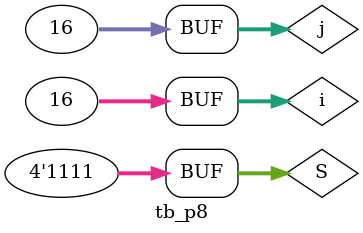
<source format=v>
module tb_p8();
	reg[15:0] D;
	reg[3:0] S;
	wire Z;
	integer i,j;
	p8 UUT(Z,D,S);
	initial
		begin
			#10 $monitor("UUT | D = %b", D, "  |  S = %b", S, "  |  Z = ", Z);
		for (i=0; i<=15; i=i+1)
			begin
				D=$urandom%2**16;
				for (j=0; j<=15; j=j+1)
				begin
					S=j;
					#10;
				end
			end
		end
endmodule
</source>
